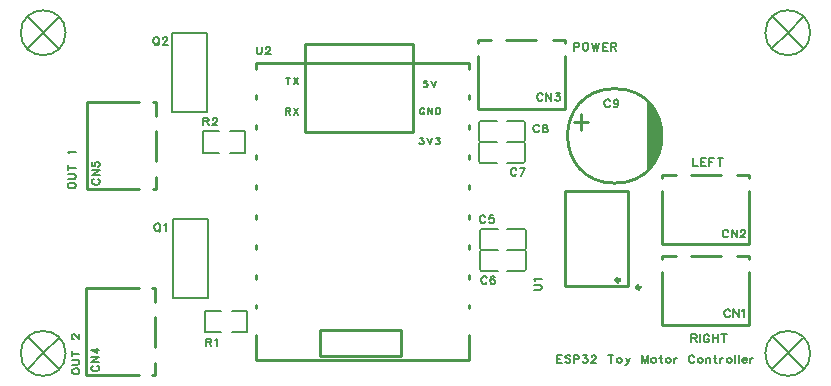
<source format=gto>
G04 Layer: TopSilkscreenLayer*
G04 EasyEDA Pro v2.2.45.4, 2026-01-28 09:00:24*
G04 Gerber Generator version 0.3*
G04 Scale: 100 percent, Rotated: No, Reflected: No*
G04 Dimensions in millimeters*
G04 Leading zeros omitted, absolute positions, 4 integers and 5 decimals*
G04 Generated by one-click*
%FSLAX45Y45*%
%MOMM*%
%ADD10C,0.1524*%
%ADD11C,0.2032*%
%ADD12C,0.254*%
%ADD13C,0.3*%
%ADD14C,0.3148*%
G75*


G04 Text Start*
G54D10*
G01X3893058Y-979170D02*
G01X3890010Y-972820D01*
G01X3883660Y-966724D01*
G01X3877564Y-963676D01*
G01X3865118Y-963676D01*
G01X3859022Y-966724D01*
G01X3852672Y-972820D01*
G01X3849624Y-979170D01*
G01X3846576Y-988314D01*
G01X3846576Y-1003808D01*
G01X3849624Y-1013206D01*
G01X3852672Y-1019302D01*
G01X3859022Y-1025652D01*
G01X3865118Y-1028700D01*
G01X3877564Y-1028700D01*
G01X3883660Y-1025652D01*
G01X3890010Y-1019302D01*
G01X3893058Y-1013206D01*
G01X3938524Y-963676D02*
G01X3929380Y-966724D01*
G01X3926332Y-972820D01*
G01X3926332Y-979170D01*
G01X3929380Y-985266D01*
G01X3935476Y-988314D01*
G01X3947922Y-991362D01*
G01X3957320Y-994664D01*
G01X3963416Y-1000760D01*
G01X3966464Y-1006856D01*
G01X3966464Y-1016254D01*
G01X3963416Y-1022350D01*
G01X3960368Y-1025652D01*
G01X3950970Y-1028700D01*
G01X3938524Y-1028700D01*
G01X3929380Y-1025652D01*
G01X3926332Y-1022350D01*
G01X3923284Y-1016254D01*
G01X3923284Y-1006856D01*
G01X3926332Y-1000760D01*
G01X3932428Y-994664D01*
G01X3941826Y-991362D01*
G01X3954018Y-988314D01*
G01X3960368Y-985266D01*
G01X3963416Y-979170D01*
G01X3963416Y-972820D01*
G01X3960368Y-966724D01*
G01X3950970Y-963676D01*
G01X3938524Y-963676D01*
G01X4188460Y-271526D02*
G01X4188460Y-336550D01*
G01X4188460Y-271526D02*
G01X4216400Y-271526D01*
G01X4225544Y-274574D01*
G01X4228592Y-277622D01*
G01X4231894Y-283972D01*
G01X4231894Y-293116D01*
G01X4228592Y-299212D01*
G01X4225544Y-302514D01*
G01X4216400Y-305562D01*
G01X4188460Y-305562D01*
G01X4280662Y-271526D02*
G01X4274312Y-274574D01*
G01X4268216Y-280670D01*
G01X4265168Y-287020D01*
G01X4262120Y-296164D01*
G01X4262120Y-311658D01*
G01X4265168Y-321056D01*
G01X4268216Y-327152D01*
G01X4274312Y-333502D01*
G01X4280662Y-336550D01*
G01X4292854Y-336550D01*
G01X4299204Y-333502D01*
G01X4305300Y-327152D01*
G01X4308348Y-321056D01*
G01X4311650Y-311658D01*
G01X4311650Y-296164D01*
G01X4308348Y-287020D01*
G01X4305300Y-280670D01*
G01X4299204Y-274574D01*
G01X4292854Y-271526D01*
G01X4280662Y-271526D01*
G01X4341876Y-271526D02*
G01X4357116Y-336550D01*
G01X4372610Y-271526D02*
G01X4357116Y-336550D01*
G01X4372610Y-271526D02*
G01X4388104Y-336550D01*
G01X4403598Y-271526D02*
G01X4388104Y-336550D01*
G01X4433824Y-271526D02*
G01X4433824Y-336550D01*
G01X4433824Y-271526D02*
G01X4473956Y-271526D01*
G01X4433824Y-302514D02*
G01X4458462Y-302514D01*
G01X4433824Y-336550D02*
G01X4473956Y-336550D01*
G01X4504182Y-271526D02*
G01X4504182Y-336550D01*
G01X4504182Y-271526D02*
G01X4531868Y-271526D01*
G01X4541266Y-274574D01*
G01X4544314Y-277622D01*
G01X4547362Y-283972D01*
G01X4547362Y-290068D01*
G01X4544314Y-296164D01*
G01X4541266Y-299212D01*
G01X4531868Y-302514D01*
G01X4504182Y-302514D01*
G01X4525772Y-302514D02*
G01X4547362Y-336550D01*
G01X5199126Y-1249426D02*
G01X5199126Y-1314450D01*
G01X5199126Y-1314450D02*
G01X5236210Y-1314450D01*
G01X5266436Y-1249426D02*
G01X5266436Y-1314450D01*
G01X5266436Y-1249426D02*
G01X5306568Y-1249426D01*
G01X5266436Y-1280414D02*
G01X5291074Y-1280414D01*
G01X5266436Y-1314450D02*
G01X5306568Y-1314450D01*
G01X5336794Y-1249426D02*
G01X5336794Y-1314450D01*
G01X5336794Y-1249426D02*
G01X5376926Y-1249426D01*
G01X5336794Y-1280414D02*
G01X5361432Y-1280414D01*
G01X5428742Y-1249426D02*
G01X5428742Y-1314450D01*
G01X5407152Y-1249426D02*
G01X5450332Y-1249426D01*
G01X5184140Y-2740406D02*
G01X5184140Y-2805430D01*
G01X5184140Y-2740406D02*
G01X5212080Y-2740406D01*
G01X5221224Y-2743454D01*
G01X5224272Y-2746502D01*
G01X5227574Y-2752852D01*
G01X5227574Y-2758948D01*
G01X5224272Y-2765044D01*
G01X5221224Y-2768092D01*
G01X5212080Y-2771394D01*
G01X5184140Y-2771394D01*
G01X5205730Y-2771394D02*
G01X5227574Y-2805430D01*
G01X5257800Y-2740406D02*
G01X5257800Y-2805430D01*
G01X5334254Y-2755900D02*
G01X5331206Y-2749550D01*
G01X5325110Y-2743454D01*
G01X5318760Y-2740406D01*
G01X5306568Y-2740406D01*
G01X5300218Y-2743454D01*
G01X5294122Y-2749550D01*
G01X5291074Y-2755900D01*
G01X5288026Y-2765044D01*
G01X5288026Y-2780538D01*
G01X5291074Y-2789936D01*
G01X5294122Y-2796032D01*
G01X5300218Y-2802382D01*
G01X5306568Y-2805430D01*
G01X5318760Y-2805430D01*
G01X5325110Y-2802382D01*
G01X5331206Y-2796032D01*
G01X5334254Y-2789936D01*
G01X5334254Y-2780538D01*
G01X5318760Y-2780538D02*
G01X5334254Y-2780538D01*
G01X5364480Y-2740406D02*
G01X5364480Y-2805430D01*
G01X5407660Y-2740406D02*
G01X5407660Y-2805430D01*
G01X5364480Y-2771394D02*
G01X5407660Y-2771394D01*
G01X5459476Y-2740406D02*
G01X5459476Y-2805430D01*
G01X5437886Y-2740406D02*
G01X5481066Y-2740406D01*
G01X-94234Y-1485138D02*
G01X-91186Y-1491234D01*
G01X-85090Y-1497584D01*
G01X-78740Y-1500632D01*
G01X-69596Y-1503680D01*
G01X-54102Y-1503680D01*
G01X-44704Y-1500632D01*
G01X-38608Y-1497584D01*
G01X-32258Y-1491234D01*
G01X-29210Y-1485138D01*
G01X-29210Y-1472692D01*
G01X-32258Y-1466596D01*
G01X-38608Y-1460246D01*
G01X-44704Y-1457198D01*
G01X-54102Y-1454150D01*
G01X-69596Y-1454150D01*
G01X-78740Y-1457198D01*
G01X-85090Y-1460246D01*
G01X-91186Y-1466596D01*
G01X-94234Y-1472692D01*
G01X-94234Y-1485138D01*
G01X-94234Y-1423924D02*
G01X-47752Y-1423924D01*
G01X-38608Y-1420876D01*
G01X-32258Y-1414780D01*
G01X-29210Y-1405382D01*
G01X-29210Y-1399286D01*
G01X-32258Y-1389888D01*
G01X-38608Y-1383792D01*
G01X-47752Y-1380744D01*
G01X-94234Y-1380744D01*
G01X-94234Y-1328928D02*
G01X-29210Y-1328928D01*
G01X-94234Y-1350518D02*
G01X-94234Y-1307338D01*
G01X-81788Y-1207770D02*
G01X-85090Y-1201674D01*
G01X-94234Y-1192530D01*
G01X-29210Y-1192530D01*
G01X-62484Y-3058033D02*
G01X-59436Y-3064129D01*
G01X-53340Y-3070479D01*
G01X-46990Y-3073527D01*
G01X-37846Y-3076575D01*
G01X-22352Y-3076575D01*
G01X-12954Y-3073527D01*
G01X-6858Y-3070479D01*
G01X-508Y-3064129D01*
G01X2540Y-3058033D01*
G01X2540Y-3045587D01*
G01X-508Y-3039491D01*
G01X-6858Y-3033141D01*
G01X-12954Y-3030093D01*
G01X-22352Y-3027045D01*
G01X-37846Y-3027045D01*
G01X-46990Y-3030093D01*
G01X-53340Y-3033141D01*
G01X-59436Y-3039491D01*
G01X-62484Y-3045587D01*
G01X-62484Y-3058033D01*
G01X-62484Y-2996819D02*
G01X-16002Y-2996819D01*
G01X-6858Y-2993771D01*
G01X-508Y-2987675D01*
G01X2540Y-2978277D01*
G01X2540Y-2972181D01*
G01X-508Y-2962783D01*
G01X-6858Y-2956687D01*
G01X-16002Y-2953639D01*
G01X-62484Y-2953639D01*
G01X-62484Y-2901823D02*
G01X2540Y-2901823D01*
G01X-62484Y-2923413D02*
G01X-62484Y-2880233D01*
G01X-46990Y-2777617D02*
G01X-50038Y-2777617D01*
G01X-56388Y-2774569D01*
G01X-59436Y-2771521D01*
G01X-62484Y-2765425D01*
G01X-62484Y-2752979D01*
G01X-59436Y-2746629D01*
G01X-56388Y-2743581D01*
G01X-50038Y-2740533D01*
G01X-43942Y-2740533D01*
G01X-37846Y-2743581D01*
G01X-28448Y-2749931D01*
G01X2540Y-2780665D01*
G01X2540Y-2737485D01*
G01X4046220Y-2915666D02*
G01X4046220Y-2980690D01*
G01X4046220Y-2915666D02*
G01X4086352Y-2915666D01*
G01X4046220Y-2946654D02*
G01X4071112Y-2946654D01*
G01X4046220Y-2980690D02*
G01X4086352Y-2980690D01*
G01X4159758Y-2924810D02*
G01X4153662Y-2918714D01*
G01X4144264Y-2915666D01*
G01X4131818Y-2915666D01*
G01X4122674Y-2918714D01*
G01X4116578Y-2924810D01*
G01X4116578Y-2931160D01*
G01X4119626Y-2937256D01*
G01X4122674Y-2940304D01*
G01X4128770Y-2943352D01*
G01X4147312Y-2949702D01*
G01X4153662Y-2952750D01*
G01X4156710Y-2955798D01*
G01X4159758Y-2962148D01*
G01X4159758Y-2971292D01*
G01X4153662Y-2977642D01*
G01X4144264Y-2980690D01*
G01X4131818Y-2980690D01*
G01X4122674Y-2977642D01*
G01X4116578Y-2971292D01*
G01X4189984Y-2915666D02*
G01X4189984Y-2980690D01*
G01X4189984Y-2915666D02*
G01X4217670Y-2915666D01*
G01X4227068Y-2918714D01*
G01X4230116Y-2921762D01*
G01X4233164Y-2928112D01*
G01X4233164Y-2937256D01*
G01X4230116Y-2943352D01*
G01X4227068Y-2946654D01*
G01X4217670Y-2949702D01*
G01X4189984Y-2949702D01*
G01X4269486Y-2915666D02*
G01X4303522Y-2915666D01*
G01X4284980Y-2940304D01*
G01X4294124Y-2940304D01*
G01X4300474Y-2943352D01*
G01X4303522Y-2946654D01*
G01X4306570Y-2955798D01*
G01X4306570Y-2962148D01*
G01X4303522Y-2971292D01*
G01X4297426Y-2977642D01*
G01X4288028Y-2980690D01*
G01X4278630Y-2980690D01*
G01X4269486Y-2977642D01*
G01X4266438Y-2974340D01*
G01X4263390Y-2968244D01*
G01X4339844Y-2931160D02*
G01X4339844Y-2928112D01*
G01X4342892Y-2921762D01*
G01X4345940Y-2918714D01*
G01X4352036Y-2915666D01*
G01X4364482Y-2915666D01*
G01X4370832Y-2918714D01*
G01X4373880Y-2921762D01*
G01X4376928Y-2928112D01*
G01X4376928Y-2934208D01*
G01X4373880Y-2940304D01*
G01X4367530Y-2949702D01*
G01X4336796Y-2980690D01*
G01X4379976Y-2980690D01*
G01X4501134Y-2915666D02*
G01X4501134Y-2980690D01*
G01X4479544Y-2915666D02*
G01X4522724Y-2915666D01*
G01X4568190Y-2937256D02*
G01X4562094Y-2940304D01*
G01X4555998Y-2946654D01*
G01X4552950Y-2955798D01*
G01X4552950Y-2962148D01*
G01X4555998Y-2971292D01*
G01X4562094Y-2977642D01*
G01X4568190Y-2980690D01*
G01X4577588Y-2980690D01*
G01X4583684Y-2977642D01*
G01X4590034Y-2971292D01*
G01X4593082Y-2962148D01*
G01X4593082Y-2955798D01*
G01X4590034Y-2946654D01*
G01X4583684Y-2940304D01*
G01X4577588Y-2937256D01*
G01X4568190Y-2937256D01*
G01X4626356Y-2937256D02*
G01X4644898Y-2980690D01*
G01X4663440Y-2937256D02*
G01X4644898Y-2980690D01*
G01X4638548Y-2992882D01*
G01X4632452Y-2999232D01*
G01X4626356Y-3002280D01*
G01X4623308Y-3002280D01*
G01X4763008Y-2915666D02*
G01X4763008Y-2980690D01*
G01X4763008Y-2915666D02*
G01X4787646Y-2980690D01*
G01X4812538Y-2915666D02*
G01X4787646Y-2980690D01*
G01X4812538Y-2915666D02*
G01X4812538Y-2980690D01*
G01X4858004Y-2937256D02*
G01X4851908Y-2940304D01*
G01X4845812Y-2946654D01*
G01X4842764Y-2955798D01*
G01X4842764Y-2962148D01*
G01X4845812Y-2971292D01*
G01X4851908Y-2977642D01*
G01X4858004Y-2980690D01*
G01X4867402Y-2980690D01*
G01X4873498Y-2977642D01*
G01X4879848Y-2971292D01*
G01X4882896Y-2962148D01*
G01X4882896Y-2955798D01*
G01X4879848Y-2946654D01*
G01X4873498Y-2940304D01*
G01X4867402Y-2937256D01*
G01X4858004Y-2937256D01*
G01X4922266Y-2915666D02*
G01X4922266Y-2968244D01*
G01X4925314Y-2977642D01*
G01X4931664Y-2980690D01*
G01X4937760Y-2980690D01*
G01X4913122Y-2937256D02*
G01X4934712Y-2937256D01*
G01X4983226Y-2937256D02*
G01X4977130Y-2940304D01*
G01X4971034Y-2946654D01*
G01X4967986Y-2955798D01*
G01X4967986Y-2962148D01*
G01X4971034Y-2971292D01*
G01X4977130Y-2977642D01*
G01X4983226Y-2980690D01*
G01X4992624Y-2980690D01*
G01X4998720Y-2977642D01*
G01X5005070Y-2971292D01*
G01X5008118Y-2962148D01*
G01X5008118Y-2955798D01*
G01X5005070Y-2946654D01*
G01X4998720Y-2940304D01*
G01X4992624Y-2937256D01*
G01X4983226Y-2937256D01*
G01X5038344Y-2937256D02*
G01X5038344Y-2980690D01*
G01X5038344Y-2955798D02*
G01X5041392Y-2946654D01*
G01X5047488Y-2940304D01*
G01X5053584Y-2937256D01*
G01X5062982Y-2937256D01*
G01X5208778Y-2931160D02*
G01X5205730Y-2924810D01*
G01X5199634Y-2918714D01*
G01X5193284Y-2915666D01*
G01X5181092Y-2915666D01*
G01X5174742Y-2918714D01*
G01X5168646Y-2924810D01*
G01X5165598Y-2931160D01*
G01X5162550Y-2940304D01*
G01X5162550Y-2955798D01*
G01X5165598Y-2965196D01*
G01X5168646Y-2971292D01*
G01X5174742Y-2977642D01*
G01X5181092Y-2980690D01*
G01X5193284Y-2980690D01*
G01X5199634Y-2977642D01*
G01X5205730Y-2971292D01*
G01X5208778Y-2965196D01*
G01X5254244Y-2937256D02*
G01X5248148Y-2940304D01*
G01X5242052Y-2946654D01*
G01X5239004Y-2955798D01*
G01X5239004Y-2962148D01*
G01X5242052Y-2971292D01*
G01X5248148Y-2977642D01*
G01X5254244Y-2980690D01*
G01X5263642Y-2980690D01*
G01X5269738Y-2977642D01*
G01X5276088Y-2971292D01*
G01X5279136Y-2962148D01*
G01X5279136Y-2955798D01*
G01X5276088Y-2946654D01*
G01X5269738Y-2940304D01*
G01X5263642Y-2937256D01*
G01X5254244Y-2937256D01*
G01X5309362Y-2937256D02*
G01X5309362Y-2980690D01*
G01X5309362Y-2949702D02*
G01X5318506Y-2940304D01*
G01X5324602Y-2937256D01*
G01X5334000Y-2937256D01*
G01X5340096Y-2940304D01*
G01X5343398Y-2949702D01*
G01X5343398Y-2980690D01*
G01X5382768Y-2915666D02*
G01X5382768Y-2968244D01*
G01X5385816Y-2977642D01*
G01X5392166Y-2980690D01*
G01X5398262Y-2980690D01*
G01X5373624Y-2937256D02*
G01X5395214Y-2937256D01*
G01X5428488Y-2937256D02*
G01X5428488Y-2980690D01*
G01X5428488Y-2955798D02*
G01X5431536Y-2946654D01*
G01X5437632Y-2940304D01*
G01X5443728Y-2937256D01*
G01X5453126Y-2937256D01*
G01X5498592Y-2937256D02*
G01X5492496Y-2940304D01*
G01X5486400Y-2946654D01*
G01X5483352Y-2955798D01*
G01X5483352Y-2962148D01*
G01X5486400Y-2971292D01*
G01X5492496Y-2977642D01*
G01X5498592Y-2980690D01*
G01X5507990Y-2980690D01*
G01X5514086Y-2977642D01*
G01X5520436Y-2971292D01*
G01X5523484Y-2962148D01*
G01X5523484Y-2955798D01*
G01X5520436Y-2946654D01*
G01X5514086Y-2940304D01*
G01X5507990Y-2937256D01*
G01X5498592Y-2937256D01*
G01X5553710Y-2915666D02*
G01X5553710Y-2980690D01*
G01X5583936Y-2915666D02*
G01X5583936Y-2980690D01*
G01X5614162Y-2955798D02*
G01X5651246Y-2955798D01*
G01X5651246Y-2949702D01*
G01X5648198Y-2943352D01*
G01X5644896Y-2940304D01*
G01X5638800Y-2937256D01*
G01X5629402Y-2937256D01*
G01X5623306Y-2940304D01*
G01X5617210Y-2946654D01*
G01X5614162Y-2955798D01*
G01X5614162Y-2962148D01*
G01X5617210Y-2971292D01*
G01X5623306Y-2977642D01*
G01X5629402Y-2980690D01*
G01X5638800Y-2980690D01*
G01X5644896Y-2977642D01*
G01X5651246Y-2971292D01*
G01X5681472Y-2937256D02*
G01X5681472Y-2980690D01*
G01X5681472Y-2955798D02*
G01X5684520Y-2946654D01*
G01X5690616Y-2940304D01*
G01X5696712Y-2937256D01*
G01X5706110Y-2937256D01*
G01X3439504Y-1747086D02*
G01X3436456Y-1740736D01*
G01X3430106Y-1734640D01*
G01X3424010Y-1731592D01*
G01X3411564Y-1731592D01*
G01X3405468Y-1734640D01*
G01X3399118Y-1740736D01*
G01X3396070Y-1747086D01*
G01X3393022Y-1756230D01*
G01X3393022Y-1771724D01*
G01X3396070Y-1781122D01*
G01X3399118Y-1787218D01*
G01X3405468Y-1793568D01*
G01X3411564Y-1796616D01*
G01X3424010Y-1796616D01*
G01X3430106Y-1793568D01*
G01X3436456Y-1787218D01*
G01X3439504Y-1781122D01*
G01X3506814Y-1731592D02*
G01X3475826Y-1731592D01*
G01X3472778Y-1759278D01*
G01X3475826Y-1756230D01*
G01X3484970Y-1753182D01*
G01X3494368Y-1753182D01*
G01X3503766Y-1756230D01*
G01X3509862Y-1762580D01*
G01X3512910Y-1771724D01*
G01X3512910Y-1778074D01*
G01X3509862Y-1787218D01*
G01X3503766Y-1793568D01*
G01X3494368Y-1796616D01*
G01X3484970Y-1796616D01*
G01X3475826Y-1793568D01*
G01X3472778Y-1790266D01*
G01X3469730Y-1784170D01*
G01X3450082Y-2263140D02*
G01X3447034Y-2256790D01*
G01X3440684Y-2250694D01*
G01X3434588Y-2247646D01*
G01X3422142Y-2247646D01*
G01X3416046Y-2250694D01*
G01X3409696Y-2256790D01*
G01X3406648Y-2263140D01*
G01X3403600Y-2272284D01*
G01X3403600Y-2287778D01*
G01X3406648Y-2297176D01*
G01X3409696Y-2303272D01*
G01X3416046Y-2309622D01*
G01X3422142Y-2312670D01*
G01X3434588Y-2312670D01*
G01X3440684Y-2309622D01*
G01X3447034Y-2303272D01*
G01X3450082Y-2297176D01*
G01X3517392Y-2256790D02*
G01X3514344Y-2250694D01*
G01X3504946Y-2247646D01*
G01X3498850Y-2247646D01*
G01X3489452Y-2250694D01*
G01X3483356Y-2260092D01*
G01X3480308Y-2275332D01*
G01X3480308Y-2290826D01*
G01X3483356Y-2303272D01*
G01X3489452Y-2309622D01*
G01X3498850Y-2312670D01*
G01X3501898Y-2312670D01*
G01X3511042Y-2309622D01*
G01X3517392Y-2303272D01*
G01X3520440Y-2294128D01*
G01X3520440Y-2290826D01*
G01X3517392Y-2281682D01*
G01X3511042Y-2275332D01*
G01X3501898Y-2272284D01*
G01X3498850Y-2272284D01*
G01X3489452Y-2275332D01*
G01X3483356Y-2281682D01*
G01X3480308Y-2290826D01*
G01X3701814Y-1345120D02*
G01X3698766Y-1338770D01*
G01X3692416Y-1332674D01*
G01X3686320Y-1329626D01*
G01X3673874Y-1329626D01*
G01X3667778Y-1332674D01*
G01X3661428Y-1338770D01*
G01X3658380Y-1345120D01*
G01X3655332Y-1354264D01*
G01X3655332Y-1369758D01*
G01X3658380Y-1379156D01*
G01X3661428Y-1385252D01*
G01X3667778Y-1391602D01*
G01X3673874Y-1394650D01*
G01X3686320Y-1394650D01*
G01X3692416Y-1391602D01*
G01X3698766Y-1385252D01*
G01X3701814Y-1379156D01*
G01X3775220Y-1329626D02*
G01X3744232Y-1394650D01*
G01X3732040Y-1329626D02*
G01X3775220Y-1329626D01*
G01X5509768Y-2542540D02*
G01X5506720Y-2536190D01*
G01X5500370Y-2530094D01*
G01X5494274Y-2527046D01*
G01X5481828Y-2527046D01*
G01X5475732Y-2530094D01*
G01X5469382Y-2536190D01*
G01X5466334Y-2542540D01*
G01X5463286Y-2551684D01*
G01X5463286Y-2567178D01*
G01X5466334Y-2576576D01*
G01X5469382Y-2582672D01*
G01X5475732Y-2589022D01*
G01X5481828Y-2592070D01*
G01X5494274Y-2592070D01*
G01X5500370Y-2589022D01*
G01X5506720Y-2582672D01*
G01X5509768Y-2576576D01*
G01X5539994Y-2527046D02*
G01X5539994Y-2592070D01*
G01X5539994Y-2527046D02*
G01X5583174Y-2592070D01*
G01X5583174Y-2527046D02*
G01X5583174Y-2592070D01*
G01X5613400Y-2539492D02*
G01X5619496Y-2536190D01*
G01X5628640Y-2527046D01*
G01X5628640Y-2592070D01*
G01X5494528Y-1869440D02*
G01X5491480Y-1863090D01*
G01X5485130Y-1856994D01*
G01X5479034Y-1853946D01*
G01X5466588Y-1853946D01*
G01X5460492Y-1856994D01*
G01X5454142Y-1863090D01*
G01X5451094Y-1869440D01*
G01X5448046Y-1878584D01*
G01X5448046Y-1894078D01*
G01X5451094Y-1903476D01*
G01X5454142Y-1909572D01*
G01X5460492Y-1915922D01*
G01X5466588Y-1918970D01*
G01X5479034Y-1918970D01*
G01X5485130Y-1915922D01*
G01X5491480Y-1909572D01*
G01X5494528Y-1903476D01*
G01X5524754Y-1853946D02*
G01X5524754Y-1918970D01*
G01X5524754Y-1853946D02*
G01X5567934Y-1918970D01*
G01X5567934Y-1853946D02*
G01X5567934Y-1918970D01*
G01X5601208Y-1869440D02*
G01X5601208Y-1866392D01*
G01X5604256Y-1860042D01*
G01X5607304Y-1856994D01*
G01X5613400Y-1853946D01*
G01X5625846Y-1853946D01*
G01X5632196Y-1856994D01*
G01X5635244Y-1860042D01*
G01X5638292Y-1866392D01*
G01X5638292Y-1872488D01*
G01X5635244Y-1878584D01*
G01X5628894Y-1887982D01*
G01X5598160Y-1918970D01*
G01X5641340Y-1918970D01*
G01X3849616Y-2363306D02*
G01X3896098Y-2363306D01*
G01X3905242Y-2360258D01*
G01X3911592Y-2353908D01*
G01X3914640Y-2344764D01*
G01X3914640Y-2338414D01*
G01X3911592Y-2329270D01*
G01X3905242Y-2323174D01*
G01X3896098Y-2319872D01*
G01X3849616Y-2319872D01*
G01X3862062Y-2289646D02*
G01X3858760Y-2283550D01*
G01X3849616Y-2274406D01*
G01X3914640Y-2274406D01*
G54D11*
G01X2945892Y-591523D02*
G01X2921000Y-591523D01*
G01X2918460Y-613875D01*
G01X2921000Y-611335D01*
G01X2928366Y-608795D01*
G01X2935732Y-608795D01*
G01X2943352Y-611335D01*
G01X2948178Y-616415D01*
G01X2950718Y-623781D01*
G01X2950718Y-628861D01*
G01X2948178Y-636227D01*
G01X2943352Y-641307D01*
G01X2935732Y-643593D01*
G01X2928366Y-643593D01*
G01X2921000Y-641307D01*
G01X2918460Y-638767D01*
G01X2915920Y-633687D01*
G01X2982976Y-591523D02*
G01X3002788Y-643593D01*
G01X3022854Y-591523D02*
G01X3002788Y-643593D01*
G01X2923857Y-834071D02*
G01X2921317Y-828991D01*
G01X2916491Y-823911D01*
G01X2911411Y-821625D01*
G01X2901505Y-821625D01*
G01X2896425Y-823911D01*
G01X2891599Y-828991D01*
G01X2889059Y-834071D01*
G01X2886519Y-841437D01*
G01X2886519Y-853883D01*
G01X2889059Y-861249D01*
G01X2891599Y-866329D01*
G01X2896425Y-871409D01*
G01X2901505Y-873695D01*
G01X2911411Y-873695D01*
G01X2916491Y-871409D01*
G01X2921317Y-866329D01*
G01X2923857Y-861249D01*
G01X2923857Y-853883D01*
G01X2911411Y-853883D02*
G01X2923857Y-853883D01*
G01X2956115Y-821625D02*
G01X2956115Y-873695D01*
G01X2956115Y-821625D02*
G01X2990913Y-873695D01*
G01X2990913Y-821625D02*
G01X2990913Y-873695D01*
G01X3023171Y-821625D02*
G01X3023171Y-873695D01*
G01X3023171Y-821625D02*
G01X3040697Y-821625D01*
G01X3048063Y-823911D01*
G01X3053143Y-828991D01*
G01X3055429Y-834071D01*
G01X3057969Y-841437D01*
G01X3057969Y-853883D01*
G01X3055429Y-861249D01*
G01X3053143Y-866329D01*
G01X3048063Y-871409D01*
G01X3040697Y-873695D01*
G01X3023171Y-873695D01*
G01X2886299Y-1078025D02*
G01X2913477Y-1078025D01*
G01X2898745Y-1097837D01*
G01X2906111Y-1097837D01*
G01X2911191Y-1100377D01*
G01X2913477Y-1102917D01*
G01X2916017Y-1110283D01*
G01X2916017Y-1115363D01*
G01X2913477Y-1122729D01*
G01X2908651Y-1127809D01*
G01X2901031Y-1130095D01*
G01X2893665Y-1130095D01*
G01X2886299Y-1127809D01*
G01X2883759Y-1125269D01*
G01X2881219Y-1120189D01*
G01X2948275Y-1078025D02*
G01X2968087Y-1130095D01*
G01X2988153Y-1078025D02*
G01X2968087Y-1130095D01*
G01X3025491Y-1078025D02*
G01X3052669Y-1078025D01*
G01X3037937Y-1097837D01*
G01X3045303Y-1097837D01*
G01X3050383Y-1100377D01*
G01X3052669Y-1102917D01*
G01X3055209Y-1110283D01*
G01X3055209Y-1115363D01*
G01X3052669Y-1122729D01*
G01X3047843Y-1127809D01*
G01X3040223Y-1130095D01*
G01X3032857Y-1130095D01*
G01X3025491Y-1127809D01*
G01X3022951Y-1125269D01*
G01X3020411Y-1120189D01*
G01X1765648Y-564823D02*
G01X1765648Y-616893D01*
G01X1748122Y-564823D02*
G01X1782920Y-564823D01*
G01X1815178Y-564823D02*
G01X1849976Y-616893D01*
G01X1849976Y-564823D02*
G01X1815178Y-616893D01*
G01X1754522Y-826722D02*
G01X1754522Y-878792D01*
G01X1754522Y-826722D02*
G01X1776874Y-826722D01*
G01X1784494Y-829008D01*
G01X1786780Y-831548D01*
G01X1789320Y-836628D01*
G01X1789320Y-841454D01*
G01X1786780Y-846534D01*
G01X1784494Y-849074D01*
G01X1776874Y-851614D01*
G01X1754522Y-851614D01*
G01X1772048Y-851614D02*
G01X1789320Y-878792D01*
G01X1821578Y-826722D02*
G01X1856376Y-878792D01*
G01X1856376Y-826722D02*
G01X1821578Y-878792D01*
G54D10*
G01X1503680Y-304546D02*
G01X1503680Y-351028D01*
G01X1506728Y-360172D01*
G01X1513078Y-366522D01*
G01X1522222Y-369570D01*
G01X1528572Y-369570D01*
G01X1537716Y-366522D01*
G01X1543812Y-360172D01*
G01X1547114Y-351028D01*
G01X1547114Y-304546D01*
G01X1580388Y-320040D02*
G01X1580388Y-316992D01*
G01X1583436Y-310642D01*
G01X1586484Y-307594D01*
G01X1592580Y-304546D01*
G01X1605026Y-304546D01*
G01X1611376Y-307594D01*
G01X1614424Y-310642D01*
G01X1617472Y-316992D01*
G01X1617472Y-323088D01*
G01X1614424Y-329184D01*
G01X1608074Y-338582D01*
G01X1577340Y-369570D01*
G01X1620520Y-369570D01*
G01X3924808Y-711200D02*
G01X3921760Y-704850D01*
G01X3915410Y-698754D01*
G01X3909314Y-695706D01*
G01X3896868Y-695706D01*
G01X3890772Y-698754D01*
G01X3884422Y-704850D01*
G01X3881374Y-711200D01*
G01X3878326Y-720344D01*
G01X3878326Y-735838D01*
G01X3881374Y-745236D01*
G01X3884422Y-751332D01*
G01X3890772Y-757682D01*
G01X3896868Y-760730D01*
G01X3909314Y-760730D01*
G01X3915410Y-757682D01*
G01X3921760Y-751332D01*
G01X3924808Y-745236D01*
G01X3955034Y-695706D02*
G01X3955034Y-760730D01*
G01X3955034Y-695706D02*
G01X3998214Y-760730D01*
G01X3998214Y-695706D02*
G01X3998214Y-760730D01*
G01X4034536Y-695706D02*
G01X4068572Y-695706D01*
G01X4050030Y-720344D01*
G01X4059174Y-720344D01*
G01X4065524Y-723392D01*
G01X4068572Y-726694D01*
G01X4071620Y-735838D01*
G01X4071620Y-742188D01*
G01X4068572Y-751332D01*
G01X4062476Y-757682D01*
G01X4053078Y-760730D01*
G01X4043680Y-760730D01*
G01X4034536Y-757682D01*
G01X4031488Y-754380D01*
G01X4028440Y-748284D01*
G01X4494022Y-764540D02*
G01X4490974Y-758190D01*
G01X4484624Y-752094D01*
G01X4478528Y-749046D01*
G01X4466082Y-749046D01*
G01X4459986Y-752094D01*
G01X4453636Y-758190D01*
G01X4450588Y-764540D01*
G01X4447540Y-773684D01*
G01X4447540Y-789178D01*
G01X4450588Y-798576D01*
G01X4453636Y-804672D01*
G01X4459986Y-811022D01*
G01X4466082Y-814070D01*
G01X4478528Y-814070D01*
G01X4484624Y-811022D01*
G01X4490974Y-804672D01*
G01X4494022Y-798576D01*
G01X4564380Y-770636D02*
G01X4561332Y-780034D01*
G01X4554982Y-786130D01*
G01X4545838Y-789178D01*
G01X4542790Y-789178D01*
G01X4533392Y-786130D01*
G01X4527296Y-780034D01*
G01X4524248Y-770636D01*
G01X4524248Y-767588D01*
G01X4527296Y-758190D01*
G01X4533392Y-752094D01*
G01X4542790Y-749046D01*
G01X4545838Y-749046D01*
G01X4554982Y-752094D01*
G01X4561332Y-758190D01*
G01X4564380Y-770636D01*
G01X4564380Y-786130D01*
G01X4561332Y-801624D01*
G01X4554982Y-811022D01*
G01X4545838Y-814070D01*
G01X4539488Y-814070D01*
G01X4530344Y-811022D01*
G01X4527296Y-804672D01*
G01X119380Y-3004058D02*
G01X113030Y-3007106D01*
G01X106934Y-3013456D01*
G01X103886Y-3019552D01*
G01X103886Y-3031998D01*
G01X106934Y-3038094D01*
G01X113030Y-3044444D01*
G01X119380Y-3047492D01*
G01X128524Y-3050540D01*
G01X144018Y-3050540D01*
G01X153416Y-3047492D01*
G01X159512Y-3044444D01*
G01X165862Y-3038094D01*
G01X168910Y-3031998D01*
G01X168910Y-3019552D01*
G01X165862Y-3013456D01*
G01X159512Y-3007106D01*
G01X153416Y-3004058D01*
G01X103886Y-2973832D02*
G01X168910Y-2973832D01*
G01X103886Y-2973832D02*
G01X168910Y-2930652D01*
G01X103886Y-2930652D02*
G01X168910Y-2930652D01*
G01X103886Y-2869692D02*
G01X147066Y-2900426D01*
G01X147066Y-2854198D01*
G01X103886Y-2869692D02*
G01X168910Y-2869692D01*
G01X124460Y-1424178D02*
G01X118110Y-1427226D01*
G01X112014Y-1433576D01*
G01X108966Y-1439672D01*
G01X108966Y-1452118D01*
G01X112014Y-1458214D01*
G01X118110Y-1464564D01*
G01X124460Y-1467612D01*
G01X133604Y-1470660D01*
G01X149098Y-1470660D01*
G01X158496Y-1467612D01*
G01X164592Y-1464564D01*
G01X170942Y-1458214D01*
G01X173990Y-1452118D01*
G01X173990Y-1439672D01*
G01X170942Y-1433576D01*
G01X164592Y-1427226D01*
G01X158496Y-1424178D01*
G01X108966Y-1393952D02*
G01X173990Y-1393952D01*
G01X108966Y-1393952D02*
G01X173990Y-1350772D01*
G01X108966Y-1350772D02*
G01X173990Y-1350772D01*
G01X108966Y-1283462D02*
G01X108966Y-1314450D01*
G01X136652Y-1317498D01*
G01X133604Y-1314450D01*
G01X130556Y-1305306D01*
G01X130556Y-1295908D01*
G01X133604Y-1286510D01*
G01X139954Y-1280414D01*
G01X149098Y-1277366D01*
G01X155448Y-1277366D01*
G01X164592Y-1280414D01*
G01X170942Y-1286510D01*
G01X173990Y-1295908D01*
G01X173990Y-1305306D01*
G01X170942Y-1314450D01*
G01X167640Y-1317498D01*
G01X161544Y-1320546D01*
G01X656082Y-1800606D02*
G01X649986Y-1803654D01*
G01X643636Y-1809750D01*
G01X640588Y-1816100D01*
G01X637540Y-1825244D01*
G01X637540Y-1840738D01*
G01X640588Y-1850136D01*
G01X643636Y-1856232D01*
G01X649986Y-1862582D01*
G01X656082Y-1865630D01*
G01X668528Y-1865630D01*
G01X674624Y-1862582D01*
G01X680974Y-1856232D01*
G01X684022Y-1850136D01*
G01X687070Y-1840738D01*
G01X687070Y-1825244D01*
G01X684022Y-1816100D01*
G01X680974Y-1809750D01*
G01X674624Y-1803654D01*
G01X668528Y-1800606D01*
G01X656082Y-1800606D01*
G01X665480Y-1853184D02*
G01X684022Y-1871726D01*
G01X717296Y-1813052D02*
G01X723392Y-1809750D01*
G01X732536Y-1800606D01*
G01X732536Y-1865630D01*
G01X645922Y-220726D02*
G01X639826Y-223774D01*
G01X633476Y-229870D01*
G01X630428Y-236220D01*
G01X627380Y-245364D01*
G01X627380Y-260858D01*
G01X630428Y-270256D01*
G01X633476Y-276352D01*
G01X639826Y-282702D01*
G01X645922Y-285750D01*
G01X658368Y-285750D01*
G01X664464Y-282702D01*
G01X670814Y-276352D01*
G01X673862Y-270256D01*
G01X676910Y-260858D01*
G01X676910Y-245364D01*
G01X673862Y-236220D01*
G01X670814Y-229870D01*
G01X664464Y-223774D01*
G01X658368Y-220726D01*
G01X645922Y-220726D01*
G01X655320Y-273304D02*
G01X673862Y-291846D01*
G01X710184Y-236220D02*
G01X710184Y-233172D01*
G01X713232Y-226822D01*
G01X716280Y-223774D01*
G01X722376Y-220726D01*
G01X734822Y-220726D01*
G01X741172Y-223774D01*
G01X744220Y-226822D01*
G01X747268Y-233172D01*
G01X747268Y-239268D01*
G01X744220Y-245364D01*
G01X737870Y-254762D01*
G01X707136Y-285750D01*
G01X750316Y-285750D01*
G01X1074420Y-2775966D02*
G01X1074420Y-2840990D01*
G01X1074420Y-2775966D02*
G01X1102360Y-2775966D01*
G01X1111504Y-2779014D01*
G01X1114552Y-2782062D01*
G01X1117854Y-2788412D01*
G01X1117854Y-2794508D01*
G01X1114552Y-2800604D01*
G01X1111504Y-2803652D01*
G01X1102360Y-2806954D01*
G01X1074420Y-2806954D01*
G01X1096010Y-2806954D02*
G01X1117854Y-2840990D01*
G01X1148080Y-2788412D02*
G01X1154176Y-2785110D01*
G01X1163320Y-2775966D01*
G01X1163320Y-2840990D01*
G01X1052692Y-906026D02*
G01X1052692Y-971050D01*
G01X1052692Y-906026D02*
G01X1080632Y-906026D01*
G01X1089776Y-909074D01*
G01X1092824Y-912122D01*
G01X1096126Y-918472D01*
G01X1096126Y-924568D01*
G01X1092824Y-930664D01*
G01X1089776Y-933712D01*
G01X1080632Y-937014D01*
G01X1052692Y-937014D01*
G01X1074282Y-937014D02*
G01X1096126Y-971050D01*
G01X1129400Y-921520D02*
G01X1129400Y-918472D01*
G01X1132448Y-912122D01*
G01X1135496Y-909074D01*
G01X1141592Y-906026D01*
G01X1154038Y-906026D01*
G01X1160388Y-909074D01*
G01X1163436Y-912122D01*
G01X1166484Y-918472D01*
G01X1166484Y-924568D01*
G01X1163436Y-930664D01*
G01X1157086Y-940062D01*
G01X1126352Y-971050D01*
G01X1169532Y-971050D01*
G04 Text End*

G04 PolygonModel Start*
G01X3767600Y-1845119D02*
G01X3626599Y-1845119D01*
G01X3626599Y-2025840D02*
G01X3767600Y-2025840D01*
G01X3782840Y-2010600D02*
G01X3782840Y-1860359D01*
G01X3405360Y-1845119D02*
G01X3546361Y-1845119D01*
G01X3546361Y-2025840D02*
G01X3405360Y-2025840D01*
G01X3390120Y-2010600D02*
G01X3390120Y-1860359D01*
G01X3767600Y-2025840D02*
G03X3782840Y-2010600I0J15240D01*
G01X3782840Y-1860359D02*
G03X3767600Y-1845119I-15240J0D01*
G01X3405360Y-2025840D02*
G02X3390120Y-2010600I0J15240D01*
G01X3390120Y-1860359D02*
G02X3405360Y-1845119I15240J0D01*
G01X3767600Y-2022919D02*
G01X3626599Y-2022919D01*
G01X3626599Y-2203640D02*
G01X3767600Y-2203640D01*
G01X3782840Y-2188400D02*
G01X3782840Y-2038159D01*
G01X3405360Y-2022919D02*
G01X3546361Y-2022919D01*
G01X3546361Y-2203640D02*
G01X3405360Y-2203640D01*
G01X3390120Y-2188400D02*
G01X3390120Y-2038159D01*
G01X3767600Y-2203640D02*
G03X3782840Y-2188400I0J15240D01*
G01X3782840Y-2038159D02*
G03X3767600Y-2022919I-15240J0D01*
G01X3405360Y-2203640D02*
G02X3390120Y-2188400I0J15240D01*
G01X3390120Y-2038159D02*
G02X3405360Y-2022919I15240J0D01*
G01X3397740Y-1289240D02*
G01X3538741Y-1289240D01*
G01X3538741Y-1108519D02*
G01X3397740Y-1108519D01*
G01X3382500Y-1123759D02*
G01X3382500Y-1274000D01*
G01X3759980Y-1289240D02*
G01X3618979Y-1289240D01*
G01X3618979Y-1108519D02*
G01X3759980Y-1108519D01*
G01X3775220Y-1123759D02*
G01X3775220Y-1274000D01*
G01X3397740Y-1108519D02*
G03X3382500Y-1123759I0J-15240D01*
G01X3382500Y-1274000D02*
G03X3397740Y-1289240I15240J0D01*
G01X3759980Y-1108519D02*
G02X3775220Y-1123759I0J-15240D01*
G01X3775220Y-1274000D02*
G02X3759980Y-1289240I-15240J0D01*
G01X3397740Y-1111440D02*
G01X3538741Y-1111440D01*
G01X3538741Y-930719D02*
G01X3397740Y-930719D01*
G01X3382500Y-945959D02*
G01X3382500Y-1096200D01*
G01X3759980Y-1111440D02*
G01X3618979Y-1111440D01*
G01X3618979Y-930719D02*
G01X3759980Y-930719D01*
G01X3775220Y-945959D02*
G01X3775220Y-1096200D01*
G01X3397740Y-930719D02*
G03X3382500Y-945959I0J-15240D01*
G01X3382500Y-1096200D02*
G03X3397740Y-1111440I15240J0D01*
G01X3759980Y-930719D02*
G02X3775220Y-945959I0J-15240D01*
G01X3775220Y-1096200D02*
G02X3759980Y-1111440I-15240J0D01*
G54D12*
G01X4937760Y-2075180D02*
G01X4937760Y-2100580D01*
G01X5674360Y-2075180D02*
G01X5674360Y-2100580D01*
G01X4937760Y-2075180D02*
G01X5052060Y-2075180D01*
G01X5433060Y-2075180D02*
G01X5179060Y-2075180D01*
G01X5674360Y-2075180D02*
G01X5572760Y-2075180D01*
G01X5674360Y-2214880D02*
G01X5674360Y-2659380D01*
G01X5674360Y-2659380D02*
G01X4937760Y-2659380D01*
G01X4937760Y-2659380D02*
G01X4937760Y-2214880D01*
G01X4937760Y-1389380D02*
G01X4937760Y-1414780D01*
G01X5674360Y-1389380D02*
G01X5674360Y-1414780D01*
G01X4937760Y-1389380D02*
G01X5052060Y-1389380D01*
G01X5433060Y-1389380D02*
G01X5179060Y-1389380D01*
G01X5674360Y-1389380D02*
G01X5572760Y-1389380D01*
G01X5674360Y-1529080D02*
G01X5674360Y-1973580D01*
G01X5674360Y-1973580D02*
G01X4937760Y-1973580D01*
G01X4937760Y-1973580D02*
G01X4937760Y-1529080D01*
G01X4112260Y-2329180D02*
G01X4645660Y-2329180D01*
G01X4645660Y-2329180D02*
G01X4645660Y-1529080D01*
G01X4645660Y-1529080D02*
G01X4112260Y-1529080D01*
G01X4112260Y-1529080D02*
G01X4112260Y-2329180D01*
G01X1974116Y-1026879D02*
G01X1915165Y-1026879D01*
G01X1915165Y-1014179D02*
G01X1915165Y-277579D01*
G01X1915165Y-277579D02*
G01X2829565Y-277579D01*
G01X2829565Y-277579D02*
G01X2829565Y-1026879D01*
G01X2829565Y-1026879D02*
G01X1955805Y-1026879D01*
G01X3299460Y-488772D02*
G01X3299460Y-442679D01*
G01X3299460Y-442679D02*
G01X1496060Y-442679D01*
G01X3299460Y-742772D02*
G01X3299460Y-715188D01*
G01X3299460Y-996772D02*
G01X3299460Y-969188D01*
G01X3299460Y-1250767D02*
G01X3299460Y-1223188D01*
G01X3299460Y-1504767D02*
G01X3299460Y-1477193D01*
G01X3299460Y-1758767D02*
G01X3299460Y-1731193D01*
G01X3299460Y-2012767D02*
G01X3299460Y-1985193D01*
G01X3299460Y-2266767D02*
G01X3299460Y-2239193D01*
G01X1495260Y-2748792D02*
G01X1496547Y-2958878D01*
G01X1495847Y-2958378D02*
G01X3300060Y-2958378D01*
G01X3301260Y-2958178D02*
G01X3301260Y-2748092D01*
G01X1495260Y-2239180D02*
G01X1495260Y-2266767D01*
G01X1495247Y-1985193D02*
G01X1495247Y-2012767D01*
G01X1495247Y-1731193D02*
G01X1495247Y-1758767D01*
G01X1495247Y-1477193D02*
G01X1495247Y-1504767D01*
G01X1495247Y-1223188D02*
G01X1495247Y-1250767D01*
G01X1495247Y-969188D02*
G01X1495247Y-996772D01*
G01X1495247Y-715188D02*
G01X1495247Y-742772D01*
G01X1495247Y-445643D02*
G01X1495247Y-488772D01*
G01X1495260Y-2493180D02*
G01X1495260Y-2519565D01*
G01X3297756Y-2493180D02*
G01X3297756Y-2518652D01*
G01X3375660Y-246380D02*
G01X3375660Y-271780D01*
G01X4112260Y-246380D02*
G01X4112260Y-271780D01*
G01X3375660Y-246380D02*
G01X3489960Y-246380D01*
G01X3870960Y-246380D02*
G01X3616960Y-246380D01*
G01X4112260Y-246380D02*
G01X4010660Y-246380D01*
G01X4112260Y-386080D02*
G01X4112260Y-830580D01*
G01X4112260Y-830580D02*
G01X3375660Y-830580D01*
G01X3375660Y-830580D02*
G01X3375660Y-386080D01*
G01X4311360Y-939180D02*
G01X4186900Y-939180D01*
G01X4249130Y-1006490D02*
G01X4249130Y-871870D01*
G01X4531614Y-659130D02*
G03X4538726Y-659130I3556J-399985D01*
G36*
G01X4806361Y-1359179D02*
G03X4806361Y-759181I-314998J299999D01*
G01X4806361Y-1359179D01*
G37*
G01X642620Y-2349500D02*
G01X617220Y-2349500D01*
G01X642620Y-3086100D02*
G01X617220Y-3086100D01*
G01X642620Y-2349500D02*
G01X642620Y-2463800D01*
G01X642620Y-2844800D02*
G01X642620Y-2590800D01*
G01X642620Y-3086100D02*
G01X642620Y-2984500D01*
G01X502920Y-3086100D02*
G01X58420Y-3086100D01*
G01X58420Y-3086100D02*
G01X58420Y-2349500D01*
G01X58420Y-2349500D02*
G01X502920Y-2349500D01*
G01X647700Y-774700D02*
G01X622300Y-774700D01*
G01X647700Y-1511300D02*
G01X622300Y-1511300D01*
G01X647700Y-774700D02*
G01X647700Y-889000D01*
G01X647700Y-1270000D02*
G01X647700Y-1016000D01*
G01X647700Y-1511300D02*
G01X647700Y-1409700D01*
G01X508000Y-1511300D02*
G01X63500Y-1511300D01*
G01X63500Y-1511300D02*
G01X63500Y-774700D01*
G01X63500Y-774700D02*
G01X508000Y-774700D01*
G54D10*
G01X792818Y-2430661D02*
G01X792818Y-1765419D01*
G01X792818Y-1765419D02*
G01X1087097Y-1765419D01*
G01X1087097Y-1765419D02*
G01X1087097Y-2430661D01*
G01X1087097Y-2430661D02*
G01X792818Y-2430661D01*
G01X787738Y-855861D02*
G01X787738Y-190619D01*
G01X787738Y-190619D02*
G01X1082017Y-190619D01*
G01X1082017Y-190619D02*
G01X1082017Y-855861D01*
G01X1082017Y-855861D02*
G01X787738Y-855861D01*
G01X1292220Y-2723149D02*
G01X1420713Y-2723149D01*
G01X1420713Y-2723149D02*
G01X1420713Y-2539731D01*
G01X1420713Y-2539731D02*
G01X1292220Y-2539731D01*
G01X1196980Y-2723149D02*
G01X1068487Y-2723149D01*
G01X1068487Y-2723149D02*
G01X1068487Y-2539731D01*
G01X1068487Y-2539731D02*
G01X1196980Y-2539731D01*
G01X1276425Y-1203998D02*
G01X1404918Y-1203998D01*
G01X1404918Y-1203998D02*
G01X1404918Y-1020580D01*
G01X1404918Y-1020580D02*
G01X1276425Y-1020580D01*
G01X1181185Y-1203998D02*
G01X1052692Y-1203998D01*
G01X1052692Y-1203998D02*
G01X1052692Y-1020580D01*
G01X1052692Y-1020580D02*
G01X1181185Y-1020580D01*
G01X-304920Y-185420D02*
G01X-172840Y-53340D01*
G01X-167760Y-53340D01*
G01X-304920Y-185420D02*
G01X-437000Y-317500D01*
G01X-442080Y-317500D01*
G01X-304920Y-185420D02*
G01X-169227Y-321112D01*
G01X-304920Y-176678D02*
G01X-431920Y-49678D01*
G01X-431920Y-48260D01*
G01X-304800Y-2900680D02*
G01X-172720Y-2768600D01*
G01X-167640Y-2768600D01*
G01X-304800Y-2900680D02*
G01X-436880Y-3032760D01*
G01X-441960Y-3032760D01*
G01X-304800Y-2900680D02*
G01X-169108Y-3036372D01*
G01X-304800Y-2891938D02*
G01X-431800Y-2764938D01*
G01X-431800Y-2763520D01*
G01X5999480Y-185420D02*
G01X6131560Y-53340D01*
G01X6136640Y-53340D01*
G01X5999480Y-185420D02*
G01X5867400Y-317500D01*
G01X5862320Y-317500D01*
G01X5999480Y-185420D02*
G01X6135172Y-321112D01*
G01X5999480Y-176678D02*
G01X5872480Y-49678D01*
G01X5872480Y-48260D01*
G01X5999480Y-2900680D02*
G01X6131560Y-2768600D01*
G01X6136640Y-2768600D01*
G01X5999480Y-2900680D02*
G01X5867400Y-3032760D01*
G01X5862320Y-3032760D01*
G01X5999480Y-2900680D02*
G01X6135172Y-3036372D01*
G01X5999480Y-2891938D02*
G01X5872480Y-2764938D01*
G01X5872480Y-2763520D01*

G04 Rect Start*
G54D12*
G01X2037860Y-2920778D02*
G01X2037860Y-2704878D01*
G01X2723660Y-2704878D01*
G01X2723660Y-2920778D01*
G01X2037860Y-2920778D01*
G04 Rect End*

G04 Circle Start*
G54D13*
G01X4545838Y-2280285D02*
G03X4575861Y-2280285I15011J0D01*
G03X4545838Y-2280285I-15011J0D01*
G01X4720158Y-2340915D02*
G03X4750181Y-2340915I15011J0D01*
G03X4720158Y-2340915I-15011J0D01*
G54D10*
G01X-494912Y-185420D02*
G03X-114928Y-185420I189992J0D01*
G03X-494912Y-185420I-189992J0D01*
G01X-494792Y-2900680D02*
G03X-114808Y-2900680I189992J0D01*
G03X-494792Y-2900680I-189992J0D01*
G01X5809488Y-185420D02*
G03X6189472Y-185420I189992J0D01*
G03X5809488Y-185420I-189992J0D01*
G01X5809488Y-2900680D02*
G03X6189472Y-2900680I189992J0D01*
G03X5809488Y-2900680I-189992J0D01*
G04 Circle End*

M02*


</source>
